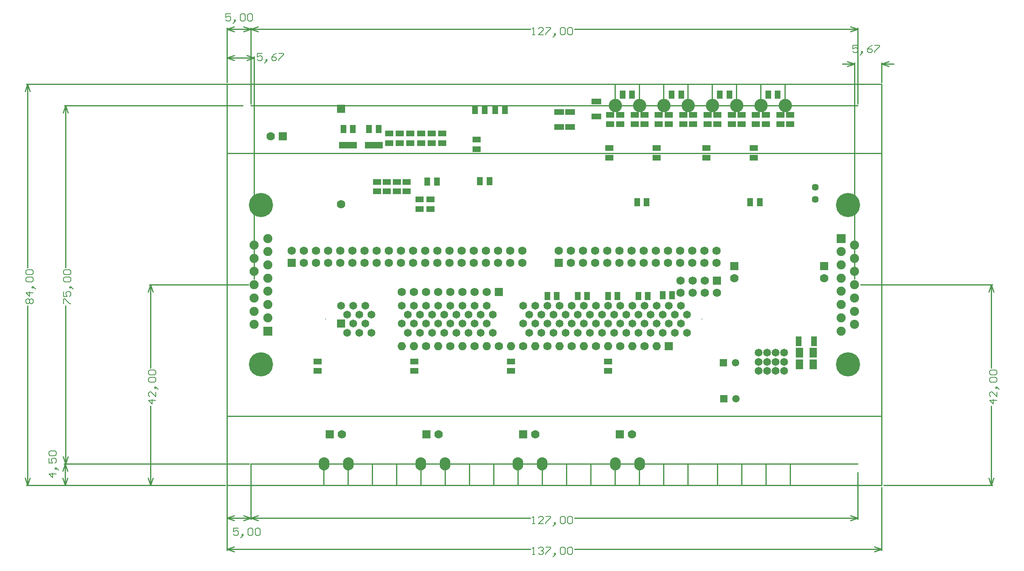
<source format=gbs>
%FSLAX44Y44*%
%MOMM*%
G71*
G01*
G75*
G04 Layer_Color=16711935*
%ADD10R,1.4000X1.0000*%
%ADD11R,1.0000X1.4000*%
%ADD12R,0.6350X2.5400*%
%ADD13O,1.9500X0.3000*%
%ADD14O,0.3000X1.9500*%
%ADD15O,0.6000X1.8000*%
%ADD16O,0.6000X1.5000*%
%ADD17R,0.6000X1.3970*%
%ADD18R,1.3970X0.6000*%
%ADD19R,1.9000X1.1000*%
%ADD20O,0.6000X2.4000*%
%ADD21R,1.3000X1.8000*%
%ADD22R,1.5000X3.0000*%
%ADD23R,1.0500X1.8000*%
%ADD24R,1.8000X1.3000*%
%ADD25R,2.5000X4.0000*%
%ADD26R,1.2000X3.5000*%
%ADD27R,1.8000X1.0500*%
%ADD28R,3.0000X2.8000*%
%ADD29O,1.8000X0.6000*%
%ADD30R,7.4000X5.7500*%
%ADD31R,3.2000X0.8000*%
%ADD32R,0.6500X1.0500*%
%ADD33C,0.8890*%
%ADD34R,1.4000X0.5080*%
%ADD35C,0.2540*%
%ADD36C,0.7620*%
%ADD37C,0.5080*%
%ADD38C,0.1524*%
%ADD39C,1.5000*%
%ADD40R,1.5000X1.5000*%
%ADD41C,1.4000*%
%ADD42R,1.4000X1.4000*%
%ADD43R,1.5240X1.5240*%
%ADD44C,1.5240*%
%ADD45R,1.5240X1.5240*%
%ADD46O,2.0000X2.5000*%
%ADD47C,1.2000*%
%ADD48R,1.3000X1.3000*%
%ADD49C,1.3000*%
%ADD50C,4.8000*%
%ADD51C,1.6510*%
%ADD52R,1.6510X1.6510*%
%ADD53C,2.5400*%
%ADD54O,1.5100X1.5000*%
%ADD55C,0.8128*%
%ADD56C,1.3970*%
%ADD57R,3.5000X1.2000*%
%ADD58C,0.2500*%
%ADD59C,0.5000*%
%ADD60C,0.6000*%
%ADD61C,0.2000*%
%ADD62C,0.1500*%
%ADD63R,0.5500X1.6000*%
%ADD64R,1.6000X0.5500*%
%ADD65R,1.6540X1.2540*%
%ADD66R,1.2540X1.6540*%
%ADD67R,0.8890X2.7940*%
%ADD68O,2.2040X0.5540*%
%ADD69O,0.5540X2.2040*%
%ADD70O,0.8540X2.0540*%
%ADD71O,0.8540X1.7540*%
%ADD72R,0.8540X1.6510*%
%ADD73R,1.6510X0.8540*%
%ADD74R,2.1540X1.3540*%
%ADD75O,0.8540X2.6540*%
%ADD76R,1.5540X2.0540*%
%ADD77R,1.7540X3.2540*%
%ADD78R,1.3040X2.0540*%
%ADD79R,2.0540X1.5540*%
%ADD80R,2.7540X4.2540*%
%ADD81R,1.4540X3.7540*%
%ADD82R,2.0540X1.3040*%
%ADD83R,3.2540X3.0540*%
%ADD84O,2.0540X0.8540*%
%ADD85R,7.6540X6.0040*%
%ADD86R,3.4540X1.0540*%
%ADD87R,0.9040X1.3040*%
%ADD88C,1.1430*%
%ADD89R,1.6540X0.7620*%
%ADD90C,1.7540*%
%ADD91R,1.7540X1.7540*%
%ADD92C,0.2540*%
%ADD93C,1.6540*%
%ADD94R,1.6540X1.6540*%
%ADD95R,1.7780X1.7780*%
%ADD96C,1.7780*%
%ADD97R,1.7780X1.7780*%
%ADD98O,2.2540X2.7540*%
%ADD99C,1.4540*%
%ADD100R,1.5540X1.5540*%
%ADD101C,1.5540*%
%ADD102C,5.0540*%
%ADD103C,1.9050*%
%ADD104R,1.9050X1.9050*%
%ADD105C,2.7940*%
%ADD106O,1.7640X1.7540*%
%ADD107R,3.7540X1.4540*%
D35*
X1313279Y432065D02*
Y885190D01*
X1370000Y843810D02*
Y885190D01*
Y882650D02*
X1395400D01*
X1287879D02*
X1313279D01*
X1370000D02*
X1385240Y877570D01*
X1370000Y882650D02*
X1385240Y887730D01*
X1298039D02*
X1313279Y882650D01*
X1298039Y877570D02*
X1313279Y882650D01*
X56670Y432065D02*
Y897890D01*
X0Y843810D02*
Y897890D01*
X28335Y895350D02*
X56670D01*
X0D02*
X28335D01*
X41430Y900430D02*
X56670Y895350D01*
X41430Y890270D02*
X56670Y895350D01*
X0D02*
X15240Y890270D01*
X0Y895350D02*
X15240Y900430D01*
X-163195Y0D02*
X-3810D01*
X-163195Y420000D02*
X44605D01*
X-160655Y0D02*
Y166324D01*
Y245548D02*
Y420000D01*
Y0D02*
X-155575Y15240D01*
X-165735D02*
X-160655Y0D01*
X-165735Y404760D02*
X-160655Y420000D01*
X-155575Y404760D01*
X1325344Y420000D02*
X1601470D01*
X1373810Y0D02*
X1601470D01*
X1598930Y245548D02*
Y420000D01*
Y0D02*
Y166324D01*
X1593850Y404760D02*
X1598930Y420000D01*
X1604010Y404760D01*
X1598930Y0D02*
X1604010Y15240D01*
X1593850D02*
X1598930Y0D01*
X50000Y798810D02*
Y957580D01*
X0Y843810D02*
Y957580D01*
X25000Y955040D02*
X50000D01*
X0D02*
X25000D01*
X34760Y960120D02*
X50000Y955040D01*
X34760Y949960D02*
X50000Y955040D01*
X0D02*
X15240Y949960D01*
X0Y955040D02*
X15240Y960120D01*
X1320000Y798810D02*
Y957580D01*
X50000Y798810D02*
Y957580D01*
X726896Y955040D02*
X1320000D01*
X50000D02*
X634975D01*
X1304760Y960120D02*
X1320000Y955040D01*
X1304760Y949960D02*
X1320000Y955040D01*
X50000D02*
X65240Y949960D01*
X50000Y955040D02*
X65240Y960120D01*
X1370000Y-135890D02*
Y-3810D01*
X0Y-135890D02*
Y0D01*
X726896Y-133350D02*
X1370000D01*
X0D02*
X634976D01*
X1354760Y-128270D02*
X1370000Y-133350D01*
X1354760Y-138430D02*
X1370000Y-133350D01*
X0D02*
X15240Y-138430D01*
X0Y-133350D02*
X15240Y-128270D01*
X-341630Y45000D02*
X46190D01*
X-341630Y0D02*
X-3810D01*
X-339090Y22500D02*
Y45000D01*
Y0D02*
Y22500D01*
X-344170Y29760D02*
X-339090Y45000D01*
X-334010Y29760D01*
X-339090Y0D02*
X-334010Y15240D01*
X-344170D02*
X-339090Y0D01*
X50000Y-71120D02*
Y45000D01*
X0Y-71120D02*
Y0D01*
X25000Y-68580D02*
X50000D01*
X0D02*
X25000D01*
X34760Y-63500D02*
X50000Y-68580D01*
X34760Y-73660D02*
X50000Y-68580D01*
X0D02*
X15240Y-73660D01*
X0Y-68580D02*
X15240Y-63500D01*
X-420370Y0D02*
X-3810D01*
X-420370Y840000D02*
X0D01*
X-417830Y0D02*
Y376324D01*
Y455549D02*
Y840000D01*
Y0D02*
X-412750Y15240D01*
X-422910D02*
X-417830Y0D01*
X-422910Y824760D02*
X-417830Y840000D01*
X-412750Y824760D01*
X-340995Y45000D02*
X32460D01*
X-340995Y795000D02*
X32460D01*
X-338455Y45000D02*
Y376324D01*
Y455549D02*
Y795000D01*
Y45000D02*
X-333375Y60240D01*
X-343535D02*
X-338455Y45000D01*
X-343535Y779760D02*
X-338455Y795000D01*
X-333375Y779760D01*
X1320000Y-71120D02*
Y27460D01*
X50000Y-71120D02*
Y27460D01*
X726896Y-68580D02*
X1320000D01*
X50000D02*
X634976D01*
X1304760Y-63500D02*
X1320000Y-68580D01*
X1304760Y-73660D02*
X1320000Y-68580D01*
X50000D02*
X65240Y-73660D01*
X50000Y-68580D02*
X65240Y-63500D01*
X0Y0D02*
Y840000D01*
X1370000D01*
X1127595Y0D02*
Y45000D01*
X1178395Y0D02*
Y45000D01*
X1025995Y0D02*
Y45000D01*
X1076795Y0D02*
Y45000D01*
X0Y145000D02*
X1370000D01*
X964400Y0D02*
Y45000D01*
X913600Y0D02*
Y45000D01*
X761200Y0D02*
Y45000D01*
X812000Y0D02*
Y45000D01*
X862800Y0D02*
Y45000D01*
X710400Y0D02*
Y45000D01*
X659600Y0D02*
Y45000D01*
X354800Y0D02*
Y45000D01*
X304000Y0D02*
Y45000D01*
X202400Y0D02*
Y45000D01*
X253200Y0D02*
Y45000D01*
X507200Y0D02*
Y45000D01*
X405600Y0D02*
Y45000D01*
X608800Y0D02*
Y45000D01*
X558000Y0D02*
Y45000D01*
X50000D02*
X1320000D01*
X0Y0D02*
X1370000D01*
Y840000D01*
X50000Y795000D02*
X1320000D01*
X913600D02*
Y840000D01*
X964400Y795000D02*
Y840000D01*
X1066000Y795000D02*
Y840000D01*
X1015200Y795000D02*
Y840000D01*
X1167600Y795000D02*
Y840000D01*
X1116800Y795000D02*
Y840000D01*
X0Y695000D02*
X1370000D01*
X862800Y795000D02*
Y840000D01*
X812000Y795000D02*
Y840000D01*
X456400Y0D02*
Y45000D01*
D38*
X1319801Y921246D02*
X1309644D01*
Y913629D01*
X1314723Y916168D01*
X1317262D01*
X1319801Y913629D01*
Y908551D01*
X1317262Y906011D01*
X1312184D01*
X1309644Y908551D01*
X1327419Y903472D02*
X1329958Y906011D01*
Y908551D01*
X1327419D01*
Y906011D01*
X1329958D01*
X1327419Y903472D01*
X1324880Y900933D01*
X1350271Y921246D02*
X1345193Y918707D01*
X1340115Y913629D01*
Y908551D01*
X1342654Y906011D01*
X1347732D01*
X1350271Y908551D01*
Y911090D01*
X1347732Y913629D01*
X1340115D01*
X1355350Y921246D02*
X1365506D01*
Y918707D01*
X1355350Y908551D01*
Y906011D01*
X73022Y904235D02*
X62865D01*
Y896618D01*
X67943Y899157D01*
X70483D01*
X73022Y896618D01*
Y891539D01*
X70483Y889000D01*
X65404D01*
X62865Y891539D01*
X80639Y886461D02*
X83178Y889000D01*
Y891539D01*
X80639D01*
Y889000D01*
X83178D01*
X80639Y886461D01*
X78100Y883922D01*
X103492Y904235D02*
X98413Y901696D01*
X93335Y896618D01*
Y891539D01*
X95874Y889000D01*
X100953D01*
X103492Y891539D01*
Y894078D01*
X100953Y896618D01*
X93335D01*
X108570Y904235D02*
X118727D01*
Y901696D01*
X108570Y891539D01*
Y889000D01*
X-148974Y178005D02*
X-164209D01*
X-156592Y170387D01*
Y180544D01*
X-148974Y195779D02*
Y185623D01*
X-159131Y195779D01*
X-161670D01*
X-164209Y193240D01*
Y188162D01*
X-161670Y185623D01*
X-146435Y203397D02*
X-148974Y205936D01*
X-151514D01*
Y203397D01*
X-148974D01*
Y205936D01*
X-146435Y203397D01*
X-143896Y200858D01*
X-161670Y216093D02*
X-164209Y218632D01*
Y223710D01*
X-161670Y226249D01*
X-151514D01*
X-148974Y223710D01*
Y218632D01*
X-151514Y216093D01*
X-161670D01*
Y231328D02*
X-164209Y233867D01*
Y238945D01*
X-161670Y241485D01*
X-151514D01*
X-148974Y238945D01*
Y233867D01*
X-151514Y231328D01*
X-161670D01*
X1610611Y178005D02*
X1595376D01*
X1602993Y170387D01*
Y180544D01*
X1610611Y195779D02*
Y185623D01*
X1600454Y195779D01*
X1597915D01*
X1595376Y193240D01*
Y188162D01*
X1597915Y185623D01*
X1613150Y203397D02*
X1610611Y205936D01*
X1608071D01*
Y203397D01*
X1610611D01*
Y205936D01*
X1613150Y203397D01*
X1615689Y200858D01*
X1597915Y216093D02*
X1595376Y218632D01*
Y223710D01*
X1597915Y226249D01*
X1608071D01*
X1610611Y223710D01*
Y218632D01*
X1608071Y216093D01*
X1597915D01*
Y231328D02*
X1595376Y233867D01*
Y238945D01*
X1597915Y241485D01*
X1608071D01*
X1610611Y238945D01*
Y233867D01*
X1608071Y231328D01*
X1597915D01*
X7617Y987420D02*
X-2540D01*
Y979802D01*
X2538Y982342D01*
X5077D01*
X7617Y979802D01*
Y974724D01*
X5077Y972185D01*
X-1D01*
X-2540Y974724D01*
X15234Y969646D02*
X17773Y972185D01*
Y974724D01*
X15234D01*
Y972185D01*
X17773D01*
X15234Y969646D01*
X12695Y967107D01*
X27930Y984881D02*
X30469Y987420D01*
X35548D01*
X38087Y984881D01*
Y974724D01*
X35548Y972185D01*
X30469D01*
X27930Y974724D01*
Y984881D01*
X43165D02*
X45704Y987420D01*
X50783D01*
X53322Y984881D01*
Y974724D01*
X50783Y972185D01*
X45704D01*
X43165Y974724D01*
Y984881D01*
X639039Y943359D02*
X644118D01*
X641579D01*
Y958594D01*
X639039Y956055D01*
X661892Y943359D02*
X651735D01*
X661892Y953516D01*
Y956055D01*
X659353Y958594D01*
X654275D01*
X651735Y956055D01*
X666970Y958594D02*
X677127D01*
Y956055D01*
X666970Y945899D01*
Y943359D01*
X684745Y940820D02*
X687284Y943359D01*
Y945899D01*
X684745D01*
Y943359D01*
X687284D01*
X684745Y940820D01*
X682206Y938281D01*
X697440Y956055D02*
X699980Y958594D01*
X705058D01*
X707597Y956055D01*
Y945899D01*
X705058Y943359D01*
X699980D01*
X697440Y945899D01*
Y956055D01*
X712676D02*
X715215Y958594D01*
X720293D01*
X722832Y956055D01*
Y945899D01*
X720293Y943359D01*
X715215D01*
X712676Y945899D01*
Y956055D01*
X639039Y-145031D02*
X644118D01*
X641579D01*
Y-129796D01*
X639039Y-132335D01*
X651735D02*
X654275Y-129796D01*
X659353D01*
X661892Y-132335D01*
Y-134874D01*
X659353Y-137413D01*
X656814D01*
X659353D01*
X661892Y-139952D01*
Y-142492D01*
X659353Y-145031D01*
X654275D01*
X651735Y-142492D01*
X666971Y-129796D02*
X677127D01*
Y-132335D01*
X666971Y-142492D01*
Y-145031D01*
X684745Y-147570D02*
X687284Y-145031D01*
Y-142492D01*
X684745D01*
Y-145031D01*
X687284D01*
X684745Y-147570D01*
X682206Y-150109D01*
X697441Y-132335D02*
X699980Y-129796D01*
X705058D01*
X707597Y-132335D01*
Y-142492D01*
X705058Y-145031D01*
X699980D01*
X697441Y-142492D01*
Y-132335D01*
X712676D02*
X715215Y-129796D01*
X720293D01*
X722832Y-132335D01*
Y-142492D01*
X720293Y-145031D01*
X715215D01*
X712676Y-142492D01*
Y-132335D01*
X-357505Y23493D02*
X-372740D01*
X-365122Y15875D01*
Y26032D01*
X-354966Y33649D02*
X-357505Y36188D01*
X-360044D01*
Y33649D01*
X-357505D01*
Y36188D01*
X-354966Y33649D01*
X-352427Y31110D01*
X-372740Y56502D02*
Y46345D01*
X-365122D01*
X-367662Y51424D01*
Y53963D01*
X-365122Y56502D01*
X-360044D01*
X-357505Y53963D01*
Y48884D01*
X-360044Y46345D01*
X-370201Y61580D02*
X-372740Y64119D01*
Y69198D01*
X-370201Y71737D01*
X-360044D01*
X-357505Y69198D01*
Y64119D01*
X-360044Y61580D01*
X-370201D01*
X23492Y-89540D02*
X13335D01*
Y-97157D01*
X18413Y-94618D01*
X20952D01*
X23492Y-97157D01*
Y-102236D01*
X20952Y-104775D01*
X15874D01*
X13335Y-102236D01*
X31109Y-107314D02*
X33648Y-104775D01*
Y-102236D01*
X31109D01*
Y-104775D01*
X33648D01*
X31109Y-107314D01*
X28570Y-109853D01*
X43805Y-92079D02*
X46344Y-89540D01*
X51423D01*
X53962Y-92079D01*
Y-102236D01*
X51423Y-104775D01*
X46344D01*
X43805Y-102236D01*
Y-92079D01*
X59040D02*
X61579Y-89540D01*
X66658D01*
X69197Y-92079D01*
Y-102236D01*
X66658Y-104775D01*
X61579D01*
X59040Y-102236D01*
Y-92079D01*
X-418845Y380387D02*
X-421384Y382927D01*
Y388005D01*
X-418845Y390544D01*
X-416306D01*
X-413767Y388005D01*
X-411228Y390544D01*
X-408689D01*
X-406149Y388005D01*
Y382927D01*
X-408689Y380387D01*
X-411228D01*
X-413767Y382927D01*
X-416306Y380387D01*
X-418845D01*
X-413767Y382927D02*
Y388005D01*
X-406149Y403240D02*
X-421384D01*
X-413767Y395623D01*
Y405779D01*
X-403610Y413397D02*
X-406149Y415936D01*
X-408689D01*
Y413397D01*
X-406149D01*
Y415936D01*
X-403610Y413397D01*
X-401071Y410858D01*
X-418845Y426093D02*
X-421384Y428632D01*
Y433710D01*
X-418845Y436249D01*
X-408689D01*
X-406149Y433710D01*
Y428632D01*
X-408689Y426093D01*
X-418845D01*
Y441328D02*
X-421384Y443867D01*
Y448945D01*
X-418845Y451484D01*
X-408689D01*
X-406149Y448945D01*
Y443867D01*
X-408689Y441328D01*
X-418845D01*
X-342009Y380387D02*
Y390544D01*
X-339470D01*
X-329314Y380387D01*
X-326774D01*
X-342009Y405779D02*
Y395623D01*
X-334392D01*
X-336931Y400701D01*
Y403240D01*
X-334392Y405779D01*
X-329314D01*
X-326774Y403240D01*
Y398162D01*
X-329314Y395623D01*
X-324235Y413397D02*
X-326774Y415936D01*
X-329314D01*
Y413397D01*
X-326774D01*
Y415936D01*
X-324235Y413397D01*
X-321696Y410858D01*
X-339470Y426093D02*
X-342009Y428632D01*
Y433710D01*
X-339470Y436249D01*
X-329314D01*
X-326774Y433710D01*
Y428632D01*
X-329314Y426093D01*
X-339470D01*
Y441328D02*
X-342009Y443867D01*
Y448945D01*
X-339470Y451484D01*
X-329314D01*
X-326774Y448945D01*
Y443867D01*
X-329314Y441328D01*
X-339470D01*
X639039Y-80261D02*
X644118D01*
X641579D01*
Y-65026D01*
X639039Y-67565D01*
X661892Y-80261D02*
X651735D01*
X661892Y-70104D01*
Y-67565D01*
X659353Y-65026D01*
X654275D01*
X651735Y-67565D01*
X666970Y-65026D02*
X677127D01*
Y-67565D01*
X666970Y-77722D01*
Y-80261D01*
X684745Y-82800D02*
X687284Y-80261D01*
Y-77722D01*
X684745D01*
Y-80261D01*
X687284D01*
X684745Y-82800D01*
X682206Y-85339D01*
X697441Y-67565D02*
X699980Y-65026D01*
X705058D01*
X707597Y-67565D01*
Y-77722D01*
X705058Y-80261D01*
X699980D01*
X697441Y-77722D01*
Y-67565D01*
X712676D02*
X715215Y-65026D01*
X720293D01*
X722832Y-67565D01*
Y-77722D01*
X720293Y-80261D01*
X715215D01*
X712676Y-77722D01*
Y-67565D01*
D51*
X1112520Y239395D02*
D03*
X1130300D02*
D03*
X1148080D02*
D03*
X1165860D02*
D03*
X1130300Y258445D02*
D03*
X1148080D02*
D03*
X1165860D02*
D03*
X1130300Y277495D02*
D03*
X1148080D02*
D03*
X1165860D02*
D03*
X1112520D02*
D03*
Y258445D02*
D03*
D65*
X593725Y259555D02*
D03*
Y239555D02*
D03*
X189230Y259555D02*
D03*
Y239555D02*
D03*
X796925D02*
D03*
Y259555D02*
D03*
X391795D02*
D03*
Y239555D02*
D03*
X339095Y736370D02*
D03*
Y716370D02*
D03*
X801609Y775984D02*
D03*
Y755984D02*
D03*
X852805Y775810D02*
D03*
Y755810D02*
D03*
X903365Y775810D02*
D03*
Y755810D02*
D03*
X954405Y775810D02*
D03*
Y755810D02*
D03*
X1005205Y775810D02*
D03*
Y755810D02*
D03*
X1056005Y775810D02*
D03*
Y755810D02*
D03*
X1106170Y775810D02*
D03*
Y755810D02*
D03*
X1157605Y775810D02*
D03*
Y755810D02*
D03*
X822564Y775984D02*
D03*
Y755984D02*
D03*
X873760Y755810D02*
D03*
Y775810D02*
D03*
X924321Y775810D02*
D03*
Y755810D02*
D03*
X975360Y755810D02*
D03*
Y775810D02*
D03*
X450220Y736370D02*
D03*
Y716370D02*
D03*
X799465Y705960D02*
D03*
Y685960D02*
D03*
X899160D02*
D03*
Y705960D02*
D03*
X1178560Y755810D02*
D03*
Y775810D02*
D03*
X403065Y578805D02*
D03*
Y598805D02*
D03*
X521970Y703740D02*
D03*
Y723740D02*
D03*
X313690Y635475D02*
D03*
Y615475D02*
D03*
X383545Y736370D02*
D03*
Y716370D02*
D03*
X361315Y716440D02*
D03*
Y736440D02*
D03*
X427995Y736370D02*
D03*
Y716370D02*
D03*
X425290Y598805D02*
D03*
Y578805D02*
D03*
X354965Y615475D02*
D03*
Y635475D02*
D03*
X375920D02*
D03*
Y615475D02*
D03*
X334010Y635475D02*
D03*
Y615475D02*
D03*
X405770Y736370D02*
D03*
Y716370D02*
D03*
X1002665Y685960D02*
D03*
Y705960D02*
D03*
X1102360D02*
D03*
Y685960D02*
D03*
X1127125Y775810D02*
D03*
Y755810D02*
D03*
X1076960Y755810D02*
D03*
Y775810D02*
D03*
X1026160Y775810D02*
D03*
Y755810D02*
D03*
D66*
X538795Y785655D02*
D03*
X518795D02*
D03*
X581340Y785655D02*
D03*
X561340D02*
D03*
X1132365Y817880D02*
D03*
X1152365D02*
D03*
X549115Y636905D02*
D03*
X529115D02*
D03*
X1031400Y817880D02*
D03*
X1051400D02*
D03*
X930435D02*
D03*
X950435D02*
D03*
X931385Y398145D02*
D03*
X911385D02*
D03*
X860585Y396240D02*
D03*
X880585D02*
D03*
X817085D02*
D03*
X797085D02*
D03*
X733585D02*
D03*
X753585D02*
D03*
X690085D02*
D03*
X670085D02*
D03*
X419260Y635635D02*
D03*
X439260D02*
D03*
X1114900Y593090D02*
D03*
X1094900D02*
D03*
X858045D02*
D03*
X878045D02*
D03*
X827565Y817880D02*
D03*
X847565D02*
D03*
X243365Y746125D02*
D03*
X263365D02*
D03*
X317340Y746125D02*
D03*
X297340D02*
D03*
D76*
X1197715Y277495D02*
D03*
X1226715D02*
D03*
X1226715Y253365D02*
D03*
X1197715D02*
D03*
D78*
X1196465Y301625D02*
D03*
X1227965D02*
D03*
D82*
X717550Y750060D02*
D03*
Y781560D02*
D03*
X773070Y771925D02*
D03*
Y803425D02*
D03*
X694690Y750060D02*
D03*
Y781560D02*
D03*
D90*
X1024255Y490855D02*
D03*
Y465455D02*
D03*
X998855Y490855D02*
D03*
Y465455D02*
D03*
X973455Y490855D02*
D03*
Y465455D02*
D03*
X948055Y490855D02*
D03*
Y465455D02*
D03*
X922655Y490855D02*
D03*
Y465455D02*
D03*
X897255Y490855D02*
D03*
Y465455D02*
D03*
X871855Y490855D02*
D03*
Y465455D02*
D03*
X846455D02*
D03*
X694055Y490855D02*
D03*
X719455Y465455D02*
D03*
Y490855D02*
D03*
X744855Y465455D02*
D03*
Y490855D02*
D03*
X770255Y465455D02*
D03*
Y490855D02*
D03*
X795655Y465455D02*
D03*
Y490855D02*
D03*
X821055Y465455D02*
D03*
Y490855D02*
D03*
X846455D02*
D03*
X365760Y404495D02*
D03*
X391160D02*
D03*
X441960D02*
D03*
X467360D02*
D03*
X492760D02*
D03*
X518160D02*
D03*
X543560D02*
D03*
X416560D02*
D03*
X516255Y490855D02*
D03*
X490855D02*
D03*
Y465455D02*
D03*
X465455Y490855D02*
D03*
Y465455D02*
D03*
X440055Y490855D02*
D03*
Y465455D02*
D03*
X516255D02*
D03*
X541655D02*
D03*
Y490855D02*
D03*
X567055Y465455D02*
D03*
Y490855D02*
D03*
X592455Y465455D02*
D03*
Y490855D02*
D03*
X617855Y465455D02*
D03*
Y490855D02*
D03*
X414655D02*
D03*
Y465455D02*
D03*
X389255Y490855D02*
D03*
Y465455D02*
D03*
X363855Y490855D02*
D03*
Y465455D02*
D03*
X338455Y490855D02*
D03*
Y465455D02*
D03*
X313055Y490855D02*
D03*
Y465455D02*
D03*
X287655D02*
D03*
X135255Y490855D02*
D03*
X160655Y465455D02*
D03*
Y490855D02*
D03*
X186055Y465455D02*
D03*
Y490855D02*
D03*
X211455Y465455D02*
D03*
Y490855D02*
D03*
X236855Y465455D02*
D03*
Y490855D02*
D03*
X262255Y465455D02*
D03*
Y490855D02*
D03*
X287655D02*
D03*
X1024890Y403225D02*
D03*
X999490Y428625D02*
D03*
Y403225D02*
D03*
X974090Y428625D02*
D03*
Y403225D02*
D03*
X948690Y428625D02*
D03*
Y403225D02*
D03*
X619760Y291465D02*
D03*
X568960D02*
D03*
X518160D02*
D03*
X772160D02*
D03*
X721360D02*
D03*
X670560D02*
D03*
X822960D02*
D03*
X873760D02*
D03*
X416560D02*
D03*
X467360D02*
D03*
D91*
X694055Y465455D02*
D03*
X568960Y404495D02*
D03*
X135255Y465455D02*
D03*
X1024890Y428625D02*
D03*
X924560Y291465D02*
D03*
D92*
X993725Y347980D02*
D03*
X206425D02*
D03*
X50000Y45000D02*
D03*
Y795000D02*
D03*
X1320000Y45000D02*
D03*
Y795000D02*
D03*
D93*
X250825Y319480D02*
D03*
Y357480D02*
D03*
X238125Y376480D02*
D03*
X276225Y319480D02*
D03*
X263525Y338480D02*
D03*
X276225Y357480D02*
D03*
X263525Y376480D02*
D03*
X301625Y319480D02*
D03*
X288925Y338480D02*
D03*
X301625Y357480D02*
D03*
X288925Y376480D02*
D03*
X377825Y319480D02*
D03*
X365125Y338480D02*
D03*
X377825Y357480D02*
D03*
X365125Y376480D02*
D03*
X403225Y319480D02*
D03*
X390525Y338480D02*
D03*
X403225Y357480D02*
D03*
X390525Y376480D02*
D03*
X428625Y319480D02*
D03*
X415925Y338480D02*
D03*
X428625Y357480D02*
D03*
X415925Y376480D02*
D03*
X454025Y319480D02*
D03*
X441325Y338480D02*
D03*
X454025Y357480D02*
D03*
X441325Y376480D02*
D03*
X479425Y319480D02*
D03*
X466725Y338480D02*
D03*
X479425Y357480D02*
D03*
X466725Y376480D02*
D03*
X504825Y319480D02*
D03*
X492125Y338480D02*
D03*
X504825Y357480D02*
D03*
X492125Y376480D02*
D03*
X530225Y319480D02*
D03*
X517525Y338480D02*
D03*
X530225Y357480D02*
D03*
X517525Y376480D02*
D03*
X555625Y319480D02*
D03*
X542925Y338480D02*
D03*
X555625Y357480D02*
D03*
X542925Y376480D02*
D03*
X631825Y319480D02*
D03*
X619125Y338480D02*
D03*
X631825Y357480D02*
D03*
X619125Y376480D02*
D03*
X657225Y319480D02*
D03*
X644525Y338480D02*
D03*
X657225Y357480D02*
D03*
X644525Y376480D02*
D03*
X682625Y319480D02*
D03*
X669925Y338480D02*
D03*
X682625Y357480D02*
D03*
X669925Y376480D02*
D03*
X708025Y319480D02*
D03*
X695325Y338480D02*
D03*
X708025Y357480D02*
D03*
X695325Y376480D02*
D03*
X733425Y319480D02*
D03*
X720725Y338480D02*
D03*
X733425Y357480D02*
D03*
X720725Y376480D02*
D03*
X758825Y319480D02*
D03*
X746125Y338480D02*
D03*
X758825Y357480D02*
D03*
X746125Y376480D02*
D03*
X784225Y319480D02*
D03*
X771525Y338480D02*
D03*
X784225Y357480D02*
D03*
X771525Y376480D02*
D03*
X809625Y319480D02*
D03*
X796925Y338480D02*
D03*
X809625Y357480D02*
D03*
X796925Y376480D02*
D03*
X835025Y319480D02*
D03*
X822325Y338480D02*
D03*
X835025Y357480D02*
D03*
X822325Y376480D02*
D03*
X860425Y319480D02*
D03*
X847725Y338480D02*
D03*
X860425Y357480D02*
D03*
X847725Y376480D02*
D03*
X885825Y319480D02*
D03*
X873125Y338480D02*
D03*
X885825Y357480D02*
D03*
X873125Y376480D02*
D03*
X911225Y319480D02*
D03*
X898525Y338480D02*
D03*
X911225Y357480D02*
D03*
X898525Y376480D02*
D03*
X936625Y319480D02*
D03*
X923925Y338480D02*
D03*
X936625Y357480D02*
D03*
X923925Y376480D02*
D03*
X962025Y319480D02*
D03*
X949325Y338480D02*
D03*
X962025Y357480D02*
D03*
X949325Y376480D02*
D03*
D94*
X238125Y338480D02*
D03*
D95*
X238760Y788340D02*
D03*
X1061085Y459105D02*
D03*
X1249680D02*
D03*
D96*
X238760Y588340D02*
D03*
X90805Y730885D02*
D03*
X442595Y106680D02*
D03*
X847090D02*
D03*
X240030D02*
D03*
X645160D02*
D03*
X1061085Y433705D02*
D03*
X1249680D02*
D03*
D97*
X116205Y730885D02*
D03*
X417195Y106680D02*
D03*
X821690D02*
D03*
X214630D02*
D03*
X619760D02*
D03*
D98*
X202565Y45085D02*
D03*
X253365D02*
D03*
X405130D02*
D03*
X455930D02*
D03*
X812165D02*
D03*
X862965D02*
D03*
X608330D02*
D03*
X659130D02*
D03*
D99*
X1230630Y598805D02*
D03*
Y623805D02*
D03*
D100*
X1039695Y181610D02*
D03*
X1039060Y256540D02*
D03*
D101*
X1064695Y181610D02*
D03*
X1064060Y256540D02*
D03*
D102*
X70870Y586600D02*
D03*
Y253400D02*
D03*
X1299079Y586600D02*
D03*
Y253400D02*
D03*
D103*
X85070Y516950D02*
D03*
X56670Y503100D02*
D03*
X85070Y489250D02*
D03*
X56670Y475400D02*
D03*
X85070Y461550D02*
D03*
X56670Y447700D02*
D03*
X85070Y433850D02*
D03*
X56670Y420000D02*
D03*
X85070Y406150D02*
D03*
X56670Y392300D02*
D03*
X85070Y378450D02*
D03*
X56670Y364600D02*
D03*
X85070Y350750D02*
D03*
X56670Y336900D02*
D03*
X1313279Y503100D02*
D03*
X1284879Y489250D02*
D03*
X1313279Y475400D02*
D03*
X1284879Y461550D02*
D03*
X1313279Y447700D02*
D03*
X1284879Y433850D02*
D03*
X1313279Y420000D02*
D03*
X1284879Y406150D02*
D03*
X1313279Y392300D02*
D03*
X1284879Y378450D02*
D03*
X1313279Y364600D02*
D03*
X1284879Y350750D02*
D03*
X1313279Y336900D02*
D03*
X1284879Y323050D02*
D03*
D104*
X85070D02*
D03*
X1284879Y516950D02*
D03*
D105*
X1167765Y795020D02*
D03*
X1066165D02*
D03*
X1015365D02*
D03*
X1116965D02*
D03*
X964565D02*
D03*
X913765D02*
D03*
X812165D02*
D03*
X862965D02*
D03*
D106*
X365760Y291465D02*
D03*
X391160D02*
D03*
X594360D02*
D03*
X543560D02*
D03*
X492760D02*
D03*
X746760D02*
D03*
X695960D02*
D03*
X645160D02*
D03*
X797560D02*
D03*
X848360D02*
D03*
X899160D02*
D03*
X441960D02*
D03*
D107*
X252535Y711835D02*
D03*
X307535D02*
D03*
M02*

</source>
